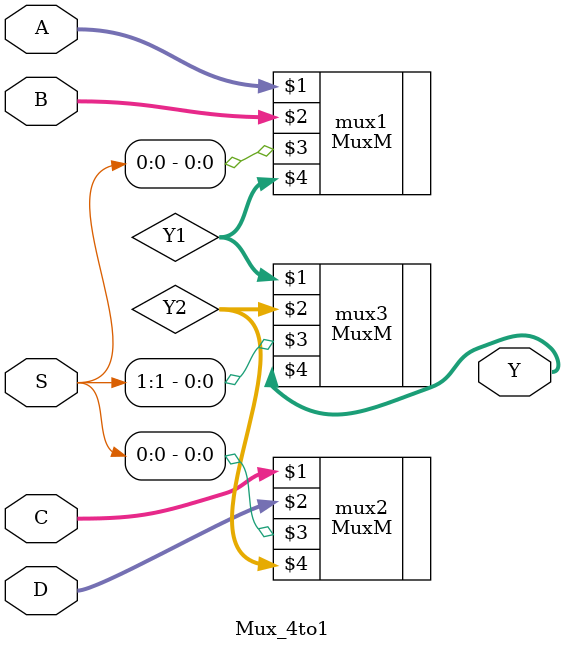
<source format=v>
`timescale 1ns / 1ps
module Mux_4to1(A, B, C, D, S, Y
    );
parameter M1 = 7;
input [M1:0] A, B, C, D;
input [1:0] S;
output [M1:0] Y;
wire [M1:0] Y1, Y2;
defparam mux1.M = M1, mux2.M = M1, mux3.M = M1;
MuxM mux1(A, B, S[0], Y1);
MuxM mux2(C, D, S[0], Y2);
MuxM mux3(Y1, Y2, S[1], Y);
endmodule

</source>
